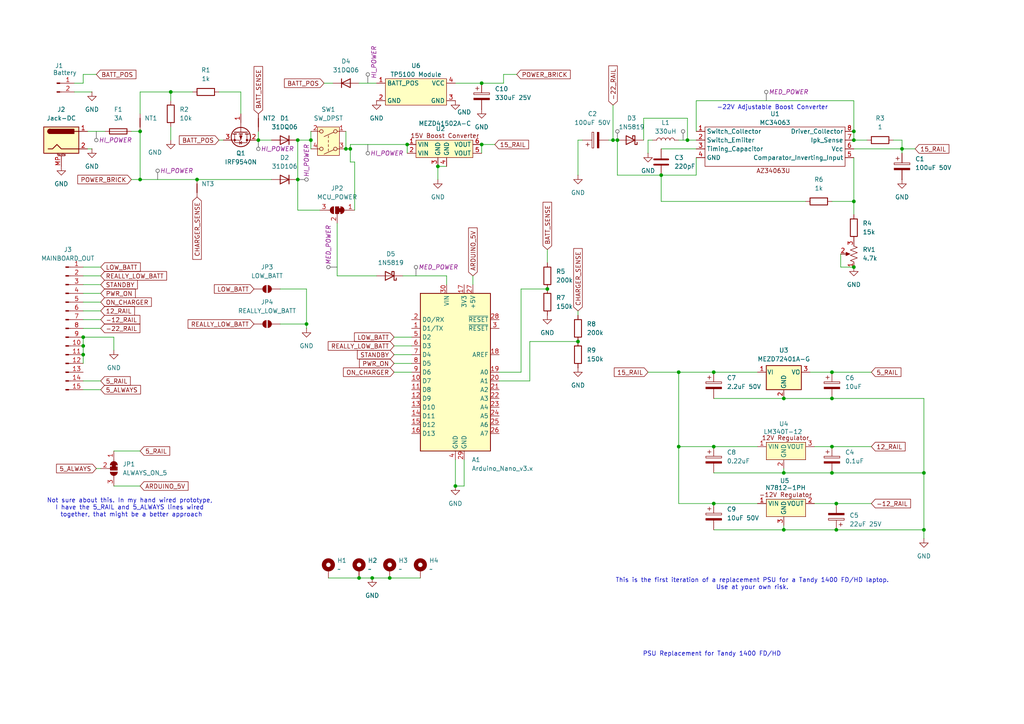
<source format=kicad_sch>
(kicad_sch (version 20231120) (generator "eeschema") (generator_version "8.0")
  (paper "A4")
  (lib_symbols
    (symbol "Connector:Barrel_Jack_MountingPin" (pin_names hide)
      (property "Reference" "J" (at 0 5.334 0))
      (property "Value" "Barrel_Jack_MountingPin" (at 1.27 -6.35 0))
      (symbol "Barrel_Jack_MountingPin_1_1"
        (text "Mounting" (at 0 -4.191 0) (effects (font (size 0.381 0.381))))
        (pin passive line (at 7.62 2.54 180) (length 2.54) (name "~") (number "1"))
        (pin passive line (at 7.62 -2.54 180) (length 2.54) (name "~") (number "2"))
        (pin passive line (at 0 -7.62 90) (length 3.048) (name "MountPin") (number "MP"))
      )
    )
    (symbol "Connector:Conn_01x02_Pin" (pin_names (offset 1.016) hide)
      (property "Reference" "J" (at 0 2.54 0))
      (property "Value" "Conn_01x02_Pin" (at 0 -5.08 0))
      (symbol "Conn_01x02_Pin_1_1"
        (pin passive line (at 5.08 0 180) (length 3.81) (name "Pin_1") (number "1"))
        (pin passive line (at 5.08 -2.54 180) (length 3.81) (name "Pin_2") (number "2"))
      )
    )
    (symbol "Connector:Conn_01x15_Pin" (pin_names (offset 1.016) hide)
      (property "Reference" "J" (at 0 20.32 0))
      (property "Value" "Conn_01x15_Pin" (at 0 -20.32 0))
      (symbol "Conn_01x15_Pin_1_1"
        (pin passive line (at 5.08 17.78 180) (length 3.81) (name "Pin_1") (number "1"))
        (pin passive line (at 5.08 -5.08 180) (length 3.81) (name "Pin_10") (number "10"))
        (pin passive line (at 5.08 -7.62 180) (length 3.81) (name "Pin_11") (number "11"))
        (pin passive line (at 5.08 -10.16 180) (length 3.81) (name "Pin_12") (number "12"))
        (pin passive line (at 5.08 -12.7 180) (length 3.81) (name "Pin_13") (number "13"))
        (pin passive line (at 5.08 -15.24 180) (length 3.81) (name "Pin_14") (number "14"))
        (pin passive line (at 5.08 -17.78 180) (length 3.81) (name "Pin_15") (number "15"))
        (pin passive line (at 5.08 15.24 180) (length 3.81) (name "Pin_2") (number "2"))
        (pin passive line (at 5.08 12.7 180) (length 3.81) (name "Pin_3") (number "3"))
        (pin passive line (at 5.08 10.16 180) (length 3.81) (name "Pin_4") (number "4"))
        (pin passive line (at 5.08 7.62 180) (length 3.81) (name "Pin_5") (number "5"))
        (pin passive line (at 5.08 5.08 180) (length 3.81) (name "Pin_6") (number "6"))
        (pin passive line (at 5.08 2.54 180) (length 3.81) (name "Pin_7") (number "7"))
        (pin passive line (at 5.08 0 180) (length 3.81) (name "Pin_8") (number "8"))
        (pin passive line (at 5.08 -2.54 180) (length 3.81) (name "Pin_9") (number "9"))
      )
    )
    (symbol "Converter_DCDC:AZ34063U"
      (property "Reference" "U" (at 3.81 5.08 0))
      (symbol "AZ34063U_1_1"
        (text "AZ34063U" (at 22.352 -8.89 0) (effects (font (size 1.27 1.27))))
        (pin bidirectional line (at 0 2.54 0) (length 2.54) (name "Switch_Collector") (number "1"))
        (pin bidirectional line (at 0 0 0) (length 2.54) (name "Switch_Emiiter") (number "2"))
        (pin input line (at 0 -2.54 0) (length 2.54) (name "Timing_Capacitor") (number "3"))
        (pin input line (at 0 -5.08 0) (length 2.54) (name "GND") (number "4"))
        (pin input line (at 45.72 -5.08 180) (length 2.54) (name "Comparator_Inverting_Input") (number "5"))
        (pin input line (at 45.72 -2.54 180) (length 2.54) (name "Vcc") (number "6"))
        (pin input line (at 45.72 0 180) (length 2.54) (name "Ipk_Sense") (number "7"))
        (pin input line (at 45.72 2.54 180) (length 2.54) (name "Driver_Collector") (number "8"))
      )
    )
    (symbol "Device:C" (pin_numbers hide) (pin_names (offset 0.254))
      (property "Reference" "C" (at 0.635 2.54 0))
      (property "Value" "C" (at 0.635 -2.54 0))
      (symbol "C_1_1"
        (pin passive line (at 0 3.81 270) (length 2.794) (name "~") (number "1"))
        (pin passive line (at 0 -3.81 90) (length 2.794) (name "~") (number "2"))
      )
    )
    (symbol "Device:C_Polarized" (pin_numbers hide) (pin_names (offset 0.254))
      (property "Reference" "C" (at 0.635 2.54 0))
      (property "Value" "C_Polarized" (at 0.635 -2.54 0))
      (symbol "C_Polarized_1_1"
        (pin passive line (at 0 3.81 270) (length 2.794) (name "~") (number "1"))
        (pin passive line (at 0 -3.81 90) (length 2.794) (name "~") (number "2"))
      )
    )
    (symbol "Device:Fuse" (pin_numbers hide) (pin_names (offset 0))
      (property "Reference" "F" (at 2.032 0 90))
      (property "Value" "Fuse" (at -1.905 0 90))
      (symbol "Fuse_1_1"
        (pin passive line (at 0 3.81 270) (length 1.27) (name "~") (number "1"))
        (pin passive line (at 0 -3.81 90) (length 1.27) (name "~") (number "2"))
      )
    )
    (symbol "Device:L" (pin_numbers hide) (pin_names (offset 1.016) hide)
      (property "Reference" "L" (at -1.27 0 90))
      (property "Value" "L" (at 1.905 0 90))
      (symbol "L_1_1"
        (pin passive line (at 0 3.81 270) (length 1.27) (name "1") (number "1"))
        (pin passive line (at 0 -3.81 90) (length 1.27) (name "2") (number "2"))
      )
    )
    (symbol "Device:NetTie_2" (pin_numbers hide) (pin_names (offset 0) hide) (in_bom no)
      (property "Reference" "NT" (at 0 1.27 0))
      (property "Value" "NetTie_2" (at 0 -1.27 0))
      (symbol "NetTie_2_1_1"
        (pin passive line (at -2.54 0 0) (length 2.54) (name "1") (number "1"))
        (pin passive line (at 2.54 0 180) (length 2.54) (name "2") (number "2"))
      )
    )
    (symbol "Device:R" (pin_numbers hide) (pin_names (offset 0))
      (property "Reference" "R" (at 2.032 0 90))
      (property "Value" "R" (at 0 0 90))
      (symbol "R_1_1"
        (pin passive line (at 0 3.81 270) (length 1.27) (name "~") (number "1"))
        (pin passive line (at 0 -3.81 90) (length 1.27) (name "~") (number "2"))
      )
    )
    (symbol "Device:R_Potentiometer_US" (pin_names (offset 1.016) hide)
      (property "Reference" "RV" (at -4.445 0 90))
      (property "Value" "R_Potentiometer_US" (at -2.54 0 90))
      (symbol "R_Potentiometer_US_1_1"
        (pin passive line (at 0 3.81 270) (length 1.27) (name "1") (number "1"))
        (pin passive line (at 3.81 0 180) (length 1.27) (name "2") (number "2"))
        (pin passive line (at 0 -3.81 90) (length 1.27) (name "3") (number "3"))
      )
    )
    (symbol "Diode:1N4001" (pin_numbers hide) (pin_names hide)
      (property "Reference" "D" (at 0 2.54 0))
      (property "Value" "1N4001" (at 0 -2.54 0))
      (symbol "1N4001_1_1"
        (pin passive line (at -3.81 0 0) (length 2.54) (name "K") (number "1"))
        (pin passive line (at 3.81 0 180) (length 2.54) (name "A") (number "2"))
      )
    )
    (symbol "Diode:1N5819" (pin_numbers hide) (pin_names (offset 1.016) hide)
      (property "Reference" "D" (at 0 2.54 0))
      (property "Value" "1N5819" (at 0 -2.54 0))
      (symbol "1N5819_1_1"
        (pin passive line (at -3.81 0 0) (length 2.54) (name "K") (number "1"))
        (pin passive line (at 3.81 0 180) (length 2.54) (name "A") (number "2"))
      )
    )
    (symbol "Jumper:SolderJumper_2_Open" (pin_numbers hide) (pin_names (offset 0) hide) (exclude_from_sim yes) (in_bom no)
      (property "Reference" "JP" (at 0 2.032 0))
      (property "Value" "SolderJumper_2_Open" (at 0 -2.54 0))
      (symbol "SolderJumper_2_Open_1_1"
        (pin passive line (at -3.81 0 0) (length 2.54) (name "A") (number "1"))
        (pin passive line (at 3.81 0 180) (length 2.54) (name "B") (number "2"))
      )
    )
    (symbol "Jumper:SolderJumper_3_Bridged12" (pin_names (offset 0) hide) (exclude_from_sim yes) (in_bom no)
      (property "Reference" "JP" (at -2.54 -2.54 0))
      (property "Value" "SolderJumper_3_Bridged12" (at 0 2.794 0))
      (symbol "SolderJumper_3_Bridged12_1_1"
        (pin passive line (at -5.08 0 0) (length 2.54) (name "A") (number "1"))
        (pin passive line (at 0 -3.81 90) (length 2.54) (name "C") (number "2"))
        (pin passive line (at 5.08 0 180) (length 2.54) (name "B") (number "3"))
      )
    )
    (symbol "MCU_Module:Arduino_Nano_v3.x"
      (property "Reference" "A" (at -10.16 23.495 0))
      (property "Value" "Arduino_Nano_v3.x" (at 5.08 -24.13 0))
      (symbol "Arduino_Nano_v3.x_1_1"
        (pin bidirectional line (at -12.7 12.7 0) (length 2.54) (name "D1/TX") (number "1"))
        (pin bidirectional line (at -12.7 -2.54 0) (length 2.54) (name "D7") (number "10"))
        (pin bidirectional line (at -12.7 -5.08 0) (length 2.54) (name "D8") (number "11"))
        (pin bidirectional line (at -12.7 -7.62 0) (length 2.54) (name "D9") (number "12"))
        (pin bidirectional line (at -12.7 -10.16 0) (length 2.54) (name "D10") (number "13"))
        (pin bidirectional line (at -12.7 -12.7 0) (length 2.54) (name "D11") (number "14"))
        (pin bidirectional line (at -12.7 -15.24 0) (length 2.54) (name "D12") (number "15"))
        (pin bidirectional line (at -12.7 -17.78 0) (length 2.54) (name "D13") (number "16"))
        (pin power_out line (at 2.54 25.4 270) (length 2.54) (name "3V3") (number "17"))
        (pin input line (at 12.7 5.08 180) (length 2.54) (name "AREF") (number "18"))
        (pin bidirectional line (at 12.7 0 180) (length 2.54) (name "A0") (number "19"))
        (pin bidirectional line (at -12.7 15.24 0) (length 2.54) (name "D0/RX") (number "2"))
        (pin bidirectional line (at 12.7 -2.54 180) (length 2.54) (name "A1") (number "20"))
        (pin bidirectional line (at 12.7 -5.08 180) (length 2.54) (name "A2") (number "21"))
        (pin bidirectional line (at 12.7 -7.62 180) (length 2.54) (name "A3") (number "22"))
        (pin bidirectional line (at 12.7 -10.16 180) (length 2.54) (name "A4") (number "23"))
        (pin bidirectional line (at 12.7 -12.7 180) (length 2.54) (name "A5") (number "24"))
        (pin bidirectional line (at 12.7 -15.24 180) (length 2.54) (name "A6") (number "25"))
        (pin bidirectional line (at 12.7 -17.78 180) (length 2.54) (name "A7") (number "26"))
        (pin power_out line (at 5.08 25.4 270) (length 2.54) (name "+5V") (number "27"))
        (pin input line (at 12.7 15.24 180) (length 2.54) (name "~{RESET}") (number "28"))
        (pin power_in line (at 2.54 -25.4 90) (length 2.54) (name "GND") (number "29"))
        (pin input line (at 12.7 12.7 180) (length 2.54) (name "~{RESET}") (number "3"))
        (pin power_in line (at -2.54 25.4 270) (length 2.54) (name "VIN") (number "30"))
        (pin power_in line (at 0 -25.4 90) (length 2.54) (name "GND") (number "4"))
        (pin bidirectional line (at -12.7 10.16 0) (length 2.54) (name "D2") (number "5"))
        (pin bidirectional line (at -12.7 7.62 0) (length 2.54) (name "D3") (number "6"))
        (pin bidirectional line (at -12.7 5.08 0) (length 2.54) (name "D4") (number "7"))
        (pin bidirectional line (at -12.7 2.54 0) (length 2.54) (name "D5") (number "8"))
        (pin bidirectional line (at -12.7 0 0) (length 2.54) (name "D6") (number "9"))
      )
    )
    (symbol "Mechanical:MountingHole_Pad" (pin_numbers hide) (pin_names (offset 1.016) hide) (exclude_from_sim yes) (in_bom no)
      (property "Reference" "H" (at 0 6.35 0))
      (property "Value" "MountingHole_Pad" (at 0 4.445 0))
      (symbol "MountingHole_Pad_1_1"
        (pin input line (at 0 -2.54 90) (length 2.54) (name "1") (number "1"))
      )
    )
    (symbol "Power_Management:TP5100-Module"
      (property "Reference" "U" (at 3.302 1.016 0))
      (symbol "TP5100-Module_1_1"
        (pin bidirectional line (at -7.62 -2.54 0) (length 2.54) (name "BATT_POS") (number "1"))
        (pin power_in line (at -7.62 -7.62 0) (length 2.54) (name "GND") (number "2"))
        (pin power_in line (at 15.24 -7.62 180) (length 2.54) (name "GND") (number "3"))
        (pin power_in line (at 15.24 -2.54 180) (length 2.54) (name "VCC") (number "4"))
      )
    )
    (symbol "Regulator_Linear:MEZD72401A-G" (pin_names (offset 0.254))
      (property "Reference" "U" (at -3.81 3.175 0))
      (property "Value" "LM7805_TO220" (at 0 3.175 0))
      (symbol "MEZD72401A-G_1_1"
        (pin power_in line (at -7.62 0 0) (length 2.54) (name "VI") (number "1"))
        (pin power_in line (at 0 -7.62 90) (length 2.54) (name "GND") (number "2"))
        (pin power_out line (at 7.62 0 180) (length 2.54) (name "VO") (number "3"))
      )
    )
    (symbol "Regulator_Linear:N7812-1PV"
      (property "Reference" "U" (at 2.794 1.27 0))
      (symbol "N7812-1PV_1_1"
        (text "12V Regulator" (at 3.048 0 0) (effects (font (size 1.27 1.27))))
        (pin power_in line (at -5.08 -2.54 0) (length 2.54) (name "VIN") (number "1"))
        (pin power_in line (at 2.54 -8.89 90) (length 2.54) (name "GND") (number "2"))
        (pin power_out line (at 11.43 -2.54 180) (length 2.54) (name "VOUT") (number "3"))
      )
    )
    (symbol "Regulator_Linear:N7812-1PV-NEGATIVE"
      (property "Reference" "U" (at 0 0 0))
      (symbol "N7812-1PV-NEGATIVE_1_1"
        (text "-12V Regulator" (at -0.762 -1.27 0) (effects (font (size 1.27 1.27))))
        (pin power_in line (at -8.89 -3.81 0) (length 2.54) (name "VIN") (number "1"))
        (pin power_out line (at 7.62 -3.81 180) (length 2.54) (name "VOUT") (number "2"))
        (pin power_in line (at -1.27 -10.16 90) (length 2.54) (name "GND") (number "3"))
      )
    )
    (symbol "Regulator_Switching:MEZD41502A-C"
      (property "Reference" "U" (at 4.064 1.524 0))
      (symbol "MEZD41502A-C_1_1"
        (text "15V Boost Converter" (at 4.572 0 0) (effects (font (size 1.27 1.27))))
        (pin power_in line (at -6.35 -2.54 0) (length 2.54) (name "VIN") (number "1"))
        (pin power_in line (at -6.35 -5.08 0) (length 2.54) (name "VIN") (number "2"))
        (pin power_in line (at 2.54 -8.89 90) (length 2.54) (name "GND") (number "3"))
        (pin power_in line (at 5.08 -8.89 90) (length 2.54) (name "GND") (number "4"))
        (pin power_out line (at 15.24 -5.08 180) (length 2.54) (name "VOUT") (number "5"))
        (pin power_out line (at 15.24 -2.54 180) (length 2.54) (name "VOUT") (number "6"))
      )
    )
    (symbol "Switch:SW_DPST" (pin_names (offset 0) hide)
      (property "Reference" "SW" (at 0 6.35 0))
      (property "Value" "SW_DPST" (at 0 -5.08 0))
      (symbol "SW_DPST_1_1"
        (pin passive line (at -5.08 -2.54 0) (length 2.54) (name "1") (number "1"))
        (pin passive line (at 5.08 -2.54 180) (length 2.54) (name "2") (number "2"))
        (pin passive line (at -5.08 2.54 0) (length 2.54) (name "3") (number "3"))
        (pin passive line (at 5.08 2.54 180) (length 2.54) (name "4") (number "4"))
      )
    )
    (symbol "Transistor_FET:IRF9540N" (pin_names hide)
      (property "Reference" "Q" (at 5.08 1.905 0))
      (property "Value" "IRF9540N" (at 5.08 0 0))
      (symbol "IRF9540N_1_1"
        (pin input line (at -5.08 0 0) (length 2.54) (name "G") (number "1"))
        (pin passive line (at 2.54 5.08 270) (length 2.54) (name "D") (number "2"))
        (pin passive line (at 2.54 -5.08 90) (length 2.54) (name "S") (number "3"))
      )
    )
    (symbol "power:GND" (power) (pin_numbers hide) (pin_names (offset 0) hide)
      (property "Value" "GND" (at 0 -3.81 0))
      (symbol "GND_1_1"
        (pin power_in line (at 0 0 270) (length 0) (name "~") (number "1"))
      )
    )
  )
  (junction (at 139.7 41.91))
  (junction (at 177.8 40.64))
  (junction (at 261.62 43.18))
  (junction (at 90.17 40.64))
  (junction (at 88.9 93.98))
  (junction (at 247.65 38.1))
  (junction (at 199.39 40.64))
  (junction (at 227.33 153.67))
  (junction (at 139.7 24.13))
  (junction (at 207.01 146.05))
  (junction (at 241.3 115.57))
  (junction (at 227.33 115.57))
  (junction (at 74.93 40.64))
  (junction (at 267.97 153.67))
  (junction (at 179.07 40.64))
  (junction (at 207.01 107.95))
  (junction (at 196.85 129.54))
  (junction (at 242.57 153.67))
  (junction (at 24.13 97.79))
  (junction (at 241.3 107.95))
  (junction (at 227.33 137.16))
  (junction (at 107.95 167.64))
  (junction (at 49.53 26.67))
  (junction (at 207.01 129.54))
  (junction (at 242.57 146.05))
  (junction (at 86.36 40.64))
  (junction (at 113.03 167.64))
  (junction (at 167.64 99.06))
  (junction (at 158.75 83.82))
  (junction (at 127 48.26))
  (junction (at 100.33 43.18))
  (junction (at 191.77 50.8))
  (junction (at 118.11 41.91))
  (junction (at 247.65 77.47))
  (junction (at 241.3 137.16))
  (junction (at 86.36 52.07))
  (junction (at 101.6 43.18))
  (junction (at 241.3 129.54))
  (junction (at 267.97 137.16))
  (junction (at 24.13 102.87))
  (junction (at 40.64 52.07))
  (junction (at 132.08 140.97))
  (junction (at 196.85 107.95))
  (junction (at 57.15 52.07))
  (junction (at 40.64 38.1))
  (junction (at 247.65 58.42))
  (junction (at 104.14 167.64))
  (junction (at 247.65 40.64))
  (junction (at 24.13 100.33))
  (wire (pts (xy 242.57 146.05) (xy 236.22 146.05)))
  (wire (pts (xy 27.94 135.89) (xy 29.21 135.89)))
  (wire (pts (xy 63.5 40.64) (xy 64.77 40.64)))
  (wire (pts (xy 179.07 50.8) (xy 179.07 40.64)))
  (wire (pts (xy 101.6 43.18) (xy 101.6 46.99)))
  (wire (pts (xy 196.85 107.95) (xy 196.85 129.54)))
  (wire (pts (xy 132.08 133.35) (xy 132.08 140.97)))
  (wire (pts (xy 93.98 24.13) (xy 96.52 24.13)))
  (wire (pts (xy 261.62 40.64) (xy 261.62 43.18)))
  (wire (pts (xy 24.13 21.59) (xy 24.13 24.13)))
  (wire (pts (xy 101.6 41.91) (xy 101.6 43.18)))
  (wire (pts (xy 127 48.26) (xy 129.54 48.26)))
  (wire (pts (xy 227.33 153.67) (xy 242.57 153.67)))
  (wire (pts (xy 241.3 115.57) (xy 227.33 115.57)))
  (wire (pts (xy 24.13 102.87) (xy 24.13 105.41)))
  (wire (pts (xy 24.13 97.79) (xy 24.13 100.33)))
  (wire (pts (xy 243.84 73.66) (xy 243.84 77.47)))
  (wire (pts (xy 199.39 34.29) (xy 199.39 40.64)))
  (wire (pts (xy 127 48.26) (xy 127 52.07)))
  (wire (pts (xy 247.65 40.64) (xy 251.46 40.64)))
  (wire (pts (xy 114.3 105.41) (xy 119.38 105.41)))
  (wire (pts (xy 24.13 80.01) (xy 29.21 80.01)))
  (wire (pts (xy 167.64 50.8) (xy 167.64 40.64)))
  (wire (pts (xy 146.05 24.13) (xy 139.7 24.13)))
  (wire (pts (xy 241.3 115.57) (xy 267.97 115.57)))
  (wire (pts (xy 196.85 129.54) (xy 207.01 129.54)))
  (wire (pts (xy 247.65 38.1) (xy 247.65 40.64)))
  (wire (pts (xy 201.93 45.72) (xy 201.93 50.8)))
  (wire (pts (xy 38.1 52.07) (xy 40.64 52.07)))
  (wire (pts (xy 189.23 40.64) (xy 187.96 40.64)))
  (wire (pts (xy 267.97 153.67) (xy 267.97 156.21)))
  (wire (pts (xy 187.96 107.95) (xy 196.85 107.95)))
  (wire (pts (xy 63.5 26.67) (xy 69.85 26.67)))
  (wire (pts (xy 129.54 80.01) (xy 116.84 80.01)))
  (wire (pts (xy 227.33 137.16) (xy 241.3 137.16)))
  (wire (pts (xy 247.65 29.21) (xy 201.93 29.21)))
  (wire (pts (xy 137.16 80.01) (xy 137.16 82.55)))
  (wire (pts (xy 81.28 93.98) (xy 88.9 93.98)))
  (wire (pts (xy 247.65 45.72) (xy 247.65 58.42)))
  (wire (pts (xy 151.13 107.95) (xy 144.78 107.95)))
  (wire (pts (xy 191.77 50.8) (xy 201.93 50.8)))
  (wire (pts (xy 104.14 24.13) (xy 109.22 24.13)))
  (wire (pts (xy 25.4 38.1) (xy 30.48 38.1)))
  (wire (pts (xy 139.7 41.91) (xy 143.51 41.91)))
  (wire (pts (xy 86.36 60.96) (xy 86.36 52.07)))
  (wire (pts (xy 227.33 153.67) (xy 227.33 152.4)))
  (wire (pts (xy 49.53 26.67) (xy 49.53 29.21)))
  (wire (pts (xy 242.57 153.67) (xy 267.97 153.67)))
  (wire (pts (xy 24.13 24.13) (xy 21.59 24.13)))
  (wire (pts (xy 139.7 41.91) (xy 139.7 44.45)))
  (wire (pts (xy 101.6 46.99) (xy 102.87 46.99)))
  (wire (pts (xy 26.67 43.18) (xy 25.4 43.18)))
  (wire (pts (xy 177.8 40.64) (xy 179.07 40.64)))
  (wire (pts (xy 134.62 133.35) (xy 134.62 140.97)))
  (wire (pts (xy 241.3 107.95) (xy 234.95 107.95)))
  (wire (pts (xy 247.65 38.1) (xy 247.65 29.21)))
  (wire (pts (xy 207.01 146.05) (xy 219.71 146.05)))
  (wire (pts (xy 24.13 110.49) (xy 29.21 110.49)))
  (wire (pts (xy 207.01 115.57) (xy 227.33 115.57)))
  (wire (pts (xy 24.13 100.33) (xy 24.13 102.87)))
  (wire (pts (xy 92.71 60.96) (xy 86.36 60.96)))
  (wire (pts (xy 151.13 83.82) (xy 158.75 83.82)))
  (wire (pts (xy 81.28 83.82) (xy 88.9 83.82)))
  (wire (pts (xy 207.01 107.95) (xy 219.71 107.95)))
  (wire (pts (xy 40.64 26.67) (xy 49.53 26.67)))
  (wire (pts (xy 252.73 146.05) (xy 242.57 146.05)))
  (wire (pts (xy 86.36 40.64) (xy 90.17 40.64)))
  (wire (pts (xy 109.22 80.01) (xy 97.79 80.01)))
  (wire (pts (xy 24.13 82.55) (xy 29.21 82.55)))
  (wire (pts (xy 24.13 113.03) (xy 29.21 113.03)))
  (wire (pts (xy 196.85 129.54) (xy 196.85 146.05)))
  (wire (pts (xy 38.1 38.1) (xy 40.64 38.1)))
  (wire (pts (xy 95.25 167.64) (xy 104.14 167.64)))
  (wire (pts (xy 24.13 77.47) (xy 29.21 77.47)))
  (wire (pts (xy 118.11 41.91) (xy 118.11 44.45)))
  (wire (pts (xy 199.39 40.64) (xy 201.93 40.64)))
  (wire (pts (xy 24.13 85.09) (xy 29.21 85.09)))
  (wire (pts (xy 233.68 58.42) (xy 191.77 58.42)))
  (wire (pts (xy 191.77 58.42) (xy 191.77 50.8)))
  (wire (pts (xy 177.8 30.48) (xy 177.8 40.64)))
  (wire (pts (xy 114.3 97.79) (xy 119.38 97.79)))
  (wire (pts (xy 114.3 107.95) (xy 119.38 107.95)))
  (wire (pts (xy 40.64 52.07) (xy 57.15 52.07)))
  (wire (pts (xy 113.03 167.64) (xy 121.92 167.64)))
  (wire (pts (xy 179.07 50.8) (xy 191.77 50.8)))
  (wire (pts (xy 207.01 153.67) (xy 227.33 153.67)))
  (wire (pts (xy 27.94 21.59) (xy 24.13 21.59)))
  (wire (pts (xy 241.3 137.16) (xy 267.97 137.16)))
  (wire (pts (xy 88.9 83.82) (xy 88.9 93.98)))
  (wire (pts (xy 33.02 140.97) (xy 40.64 140.97)))
  (wire (pts (xy 261.62 43.18) (xy 261.62 44.45)))
  (wire (pts (xy 207.01 137.16) (xy 227.33 137.16)))
  (wire (pts (xy 86.36 52.07) (xy 86.36 40.64)))
  (wire (pts (xy 158.75 72.39) (xy 158.75 76.2)))
  (wire (pts (xy 167.64 40.64) (xy 168.91 40.64)))
  (wire (pts (xy 101.6 41.91) (xy 118.11 41.91)))
  (wire (pts (xy 90.17 38.1) (xy 90.17 40.64)))
  (wire (pts (xy 29.21 95.25) (xy 24.13 95.25)))
  (wire (pts (xy 267.97 115.57) (xy 267.97 137.16)))
  (wire (pts (xy 107.95 167.64) (xy 113.03 167.64)))
  (wire (pts (xy 26.67 26.67) (xy 21.59 26.67)))
  (wire (pts (xy 100.33 38.1) (xy 100.33 43.18)))
  (wire (pts (xy 241.3 129.54) (xy 236.22 129.54)))
  (wire (pts (xy 88.9 93.98) (xy 88.9 95.25)))
  (wire (pts (xy 207.01 129.54) (xy 219.71 129.54)))
  (wire (pts (xy 57.15 52.07) (xy 78.74 52.07)))
  (wire (pts (xy 259.08 40.64) (xy 261.62 40.64)))
  (wire (pts (xy 191.77 43.18) (xy 201.93 43.18)))
  (wire (pts (xy 201.93 29.21) (xy 201.93 38.1)))
  (wire (pts (xy 24.13 97.79) (xy 33.02 97.79)))
  (wire (pts (xy 196.85 146.05) (xy 207.01 146.05)))
  (wire (pts (xy 153.67 99.06) (xy 153.67 110.49)))
  (wire (pts (xy 146.05 21.59) (xy 149.86 21.59)))
  (wire (pts (xy 227.33 137.16) (xy 227.33 135.89)))
  (wire (pts (xy 151.13 83.82) (xy 151.13 107.95)))
  (wire (pts (xy 196.85 40.64) (xy 199.39 40.64)))
  (wire (pts (xy 74.93 40.64) (xy 78.74 40.64)))
  (wire (pts (xy 146.05 21.59) (xy 146.05 24.13)))
  (wire (pts (xy 100.33 43.18) (xy 101.6 43.18)))
  (wire (pts (xy 267.97 137.16) (xy 267.97 153.67)))
  (wire (pts (xy 24.13 87.63) (xy 29.21 87.63)))
  (wire (pts (xy 40.64 38.1) (xy 40.64 52.07)))
  (wire (pts (xy 49.53 26.67) (xy 55.88 26.67)))
  (wire (pts (xy 241.3 129.54) (xy 252.73 129.54)))
  (wire (pts (xy 114.3 100.33) (xy 119.38 100.33)))
  (wire (pts (xy 176.53 40.64) (xy 177.8 40.64)))
  (wire (pts (xy 186.69 34.29) (xy 199.39 34.29)))
  (wire (pts (xy 247.65 43.18) (xy 261.62 43.18)))
  (wire (pts (xy 241.3 58.42) (xy 247.65 58.42)))
  (wire (pts (xy 104.14 167.64) (xy 107.95 167.64)))
  (wire (pts (xy 49.53 36.83) (xy 49.53 40.64)))
  (wire (pts (xy 129.54 80.01) (xy 129.54 82.55)))
  (wire (pts (xy 243.84 77.47) (xy 247.65 77.47)))
  (wire (pts (xy 196.85 107.95) (xy 207.01 107.95)))
  (wire (pts (xy 90.17 40.64) (xy 90.17 43.18)))
  (wire (pts (xy 97.79 80.01) (xy 97.79 64.77)))
  (wire (pts (xy 241.3 107.95) (xy 252.73 107.95)))
  (wire (pts (xy 247.65 58.42) (xy 247.65 62.23)))
  (wire (pts (xy 167.64 90.17) (xy 167.64 91.44)))
  (wire (pts (xy 186.69 40.64) (xy 186.69 34.29)))
  (wire (pts (xy 74.93 38.1) (xy 74.93 40.64)))
  (wire (pts (xy 167.64 99.06) (xy 153.67 99.06)))
  (wire (pts (xy 261.62 43.18) (xy 265.43 43.18)))
  (wire (pts (xy 153.67 110.49) (xy 144.78 110.49)))
  (wire (pts (xy 24.13 90.17) (xy 29.21 90.17)))
  (wire (pts (xy 69.85 26.67) (xy 69.85 33.02)))
  (wire (pts (xy 134.62 140.97) (xy 132.08 140.97)))
  (wire (pts (xy 102.87 46.99) (xy 102.87 60.96)))
  (wire (pts (xy 40.64 26.67) (xy 40.64 33.02)))
  (wire (pts (xy 114.3 102.87) (xy 119.38 102.87)))
  (wire (pts (xy 33.02 97.79) (xy 33.02 101.6)))
  (wire (pts (xy 132.08 24.13) (xy 139.7 24.13)))
  (wire (pts (xy 33.02 130.81) (xy 40.64 130.81)))
  (wire (pts (xy 24.13 92.71) (xy 29.21 92.71)))
  (wire (pts (xy 187.96 40.64) (xy 187.96 44.45)))
  (text "This is the first iteration of a replacement PSU for a Tandy 1400 FD/HD laptop.\nUse at your own risk." (at 218.186 169.418 0) (effects (font (size 1.27 1.27))))
  (text "Not sure about this. In my hand wired prototype, \nI have the 5_RAIL and 5_ALWAYS lines wired \ntogether, that might be a better approach" (at 38.1 147.32 0) (effects (font (size 1.27 1.27))))
  (text "-22V Adjustable Boost Converter" (at 224.028 31.242 0) (effects (font (size 1.27 1.27))))
  (text "PSU Replacement for Tandy 1400 FD/HD" (at 206.502 189.738 0) (effects (font (size 1.27 1.27))))
  (global_label "12_RAIL" (shape input) (at 252.73 129.54 0) (property "Intersheetrefs" "${INTERSHEET_REFS}" (effects (hide yes))))
  (global_label "BATT_POS" (shape input) (at 63.5 40.64 180) (property "Intersheetrefs" "${INTERSHEET_REFS}" (effects (hide yes))))
  (global_label "ARDUINO_5V" (shape input) (at 40.64 140.97 0) (property "Intersheetrefs" "${INTERSHEET_REFS}" (effects (hide yes))))
  (global_label "REALLY_LOW_BATT" (shape input) (at 73.66 93.98 180) (property "Intersheetrefs" "${INTERSHEET_REFS}" (effects (hide yes))))
  (global_label "LOW_BATT" (shape input) (at 114.3 97.79 180) (property "Intersheetrefs" "${INTERSHEET_REFS}" (effects (hide yes))))
  (global_label "PWR_ON" (shape input) (at 29.21 85.09 0) (property "Intersheetrefs" "${INTERSHEET_REFS}" (effects (hide yes))))
  (global_label "15_RAIL" (shape input) (at 265.43 43.18 0) (property "Intersheetrefs" "${INTERSHEET_REFS}" (effects (hide yes))))
  (global_label "LOW_BATT" (shape input) (at 29.21 77.47 0) (property "Intersheetrefs" "${INTERSHEET_REFS}" (effects (hide yes))))
  (global_label "BATT_SENSE" (shape input) (at 74.93 33.02 90) (property "Intersheetrefs" "${INTERSHEET_REFS}" (effects (hide yes))))
  (global_label "5_ALWAYS" (shape input) (at 27.94 135.89 180) (property "Intersheetrefs" "${INTERSHEET_REFS}" (effects (hide yes))))
  (global_label "CHARGER_SENSE" (shape input) (at 57.15 57.15 270) (property "Intersheetrefs" "${INTERSHEET_REFS}" (effects (hide yes))))
  (global_label "ON_CHARGER" (shape input) (at 114.3 107.95 180) (property "Intersheetrefs" "${INTERSHEET_REFS}" (effects (hide yes))))
  (global_label "BATT_POS" (shape input) (at 27.94 21.59 0) (property "Intersheetrefs" "${INTERSHEET_REFS}" (effects (hide yes))))
  (global_label "POWER_BRICK" (shape input) (at 38.1 52.07 180) (property "Intersheetrefs" "${INTERSHEET_REFS}" (effects (hide yes))))
  (global_label "-12_RAIL" (shape input) (at 29.21 92.71 0) (property "Intersheetrefs" "${INTERSHEET_REFS}" (effects (hide yes))))
  (global_label "REALLY_LOW_BATT" (shape input) (at 29.21 80.01 0) (property "Intersheetrefs" "${INTERSHEET_REFS}" (effects (hide yes))))
  (global_label "5_RAIL" (shape input) (at 252.73 107.95 0) (property "Intersheetrefs" "${INTERSHEET_REFS}" (effects (hide yes))))
  (global_label "15_RAIL" (shape input) (at 143.51 41.91 0) (property "Intersheetrefs" "${INTERSHEET_REFS}" (effects (hide yes))))
  (global_label "STANDBY" (shape input) (at 29.21 82.55 0) (property "Intersheetrefs" "${INTERSHEET_REFS}" (effects (hide yes))))
  (global_label "BATT_SENSE" (shape input) (at 158.75 72.39 90) (property "Intersheetrefs" "${INTERSHEET_REFS}" (effects (hide yes))))
  (global_label "12_RAIL" (shape input) (at 29.21 90.17 0) (property "Intersheetrefs" "${INTERSHEET_REFS}" (effects (hide yes))))
  (global_label "STANDBY" (shape input) (at 114.3 102.87 180) (property "Intersheetrefs" "${INTERSHEET_REFS}" (effects (hide yes))))
  (global_label "ON_CHARGER" (shape input) (at 29.21 87.63 0) (property "Intersheetrefs" "${INTERSHEET_REFS}" (effects (hide yes))))
  (global_label "LOW_BATT" (shape input) (at 73.66 83.82 180) (property "Intersheetrefs" "${INTERSHEET_REFS}" (effects (hide yes))))
  (global_label "ARDUINO_5V" (shape input) (at 137.16 80.01 90) (property "Intersheetrefs" "${INTERSHEET_REFS}" (effects (hide yes))))
  (global_label "5_ALWAYS" (shape input) (at 29.21 113.03 0) (property "Intersheetrefs" "${INTERSHEET_REFS}" (effects (hide yes))))
  (global_label "5_RAIL" (shape input) (at 29.21 110.49 0) (property "Intersheetrefs" "${INTERSHEET_REFS}" (effects (hide yes))))
  (global_label "REALLY_LOW_BATT" (shape input) (at 114.3 100.33 180) (property "Intersheetrefs" "${INTERSHEET_REFS}" (effects (hide yes))))
  (global_label "-22_RAIL" (shape input) (at 177.8 30.48 90) (property "Intersheetrefs" "${INTERSHEET_REFS}" (effects (hide yes))))
  (global_label "BATT_POS" (shape input) (at 93.98 24.13 180) (property "Intersheetrefs" "${INTERSHEET_REFS}" (effects (hide yes))))
  (global_label "-22_RAIL" (shape input) (at 29.21 95.25 0) (property "Intersheetrefs" "${INTERSHEET_REFS}" (effects (hide yes))))
  (global_label "-12_RAIL" (shape input) (at 252.73 146.05 0) (property "Intersheetrefs" "${INTERSHEET_REFS}" (effects (hide yes))))
  (global_label "5_RAIL" (shape input) (at 40.64 130.81 0) (property "Intersheetrefs" "${INTERSHEET_REFS}" (effects (hide yes))))
  (global_label "CHARGER_SENSE" (shape input) (at 167.64 90.17 90) (property "Intersheetrefs" "${INTERSHEET_REFS}" (effects (hide yes))))
  (global_label "15_RAIL" (shape input) (at 187.96 107.95 180) (property "Intersheetrefs" "${INTERSHEET_REFS}" (effects (hide yes))))
  (global_label "POWER_BRICK" (shape input) (at 149.86 21.59 0) (property "Intersheetrefs" "${INTERSHEET_REFS}" (effects (hide yes))))
  (global_label "PWR_ON" (shape input) (at 114.3 105.41 180) (property "Intersheetrefs" "${INTERSHEET_REFS}" (effects (hide yes))))
  (netclass_flag "" (length 2.54) (shape round) (at 222.25 29.21 0) (property "Netclass" "MED_POWER" (at 222.9485 26.67 0) (effects (font (italic yes)) (justify left))))
  (netclass_flag "" (length 2.54) (shape round) (at 179.07 40.64 0) (property "Netclass" "MED_POWER" (effects (hide yes))))
  (netclass_flag "" (length 2.54) (shape round) (at 97.79 77.47 90) (property "Netclass" "MED_POWER" (at 95.25 76.7715 90) (effects (font (italic yes)) (justify left))))
  (netclass_flag "" (length 2.54) (shape round) (at 198.12 40.64 0) (property "Netclass" "MED_POWER" (effects (hide yes))))
  (netclass_flag "" (length 2.54) (shape round) (at 86.36 52.07 270) (property "Netclass" "HI_POWER" (at 88.9 51.3715 90) (effects (font (italic yes)) (justify left))))
  (netclass_flag "" (length 2.54) (shape round) (at 106.68 24.13 0) (property "Netclass" "HI_POWER" (at 108.458 22.86 90) (effects (font (italic yes)) (justify left))))
  (netclass_flag "" (length 2.54) (shape round) (at 74.93 40.64 180) (property "Netclass" "HI_POWER" (at 75.6285 43.18 0) (effects (font (italic yes)) (justify left))))
  (netclass_flag "" (length 2.54) (shape round) (at 120.65 80.01 0) (property "Netclass" "MED_POWER" (at 121.3485 77.47 0) (effects (font (italic yes)) (justify left))))
  (netclass_flag "" (length 2.54) (shape round) (at 27.94 38.1 180) (property "Netclass" "HI_POWER" (at 28.6385 40.64 0) (effects (font (italic yes)) (justify left))))
  (netclass_flag "" (length 2.54) (shape round) (at 106.68 41.91 180) (property "Netclass" "HI_POWER" (at 107.3785 44.45 0) (effects (font (italic yes)) (justify left))))
  (netclass_flag "" (length 2.54) (shape round) (at 45.72 52.07 0) (property "Netclass" "HI_POWER" (at 46.4185 49.53 0) (effects (font (italic yes)) (justify left))))
  (symbol (lib_id "power:GND") (at 26.67 43.18 0) (unit 1)
    (property "Reference" "#PWR04" (effects (hide yes)))
    (property "Value" "GND" (at 26.67 48.26 0))
    (property "Description" "Power symbol creates a global label with name \"GND\" , ground" (effects (hide yes)))
  )
  (symbol (lib_id "Jumper:SolderJumper_2_Open") (at 77.47 83.82 0) (unit 1) (exclude_from_sim yes) (in_bom no)
    (property "Reference" "JP3" (at 77.47 77.47 0))
    (property "Value" "LOW_BATT" (at 77.47 80.01 0))
    (property "Footprint" "Jumper:SolderJumper-2_P1.3mm_Open_RoundedPad1.0x1.5mm" (effects (hide yes)))
    (property "Description" "Solder Jumper, 2-pole, open" (effects (hide yes)))
  )
  (symbol (lib_id "power:GND") (at 26.67 26.67 0) (unit 1)
    (property "Reference" "#PWR03" (effects (hide yes)))
    (property "Value" "GND" (at 26.67 31.75 0))
    (property "Description" "Power symbol creates a global label with name \"GND\" , ground" (effects (hide yes)))
  )
  (symbol (lib_id "power:GND") (at 127 52.07 0) (unit 1)
    (property "Reference" "#PWR010" (effects (hide yes)))
    (property "Value" "GND" (at 127 57.15 0))
    (property "Description" "Power symbol creates a global label with name \"GND\" , ground" (effects (hide yes)))
  )
  (symbol (lib_id "Device:R") (at 247.65 66.04 180) (unit 1)
    (property "Reference" "R4" (at 250.19 64.7699 0) (effects (justify right)))
    (property "Value" "15k" (at 250.19 67.3099 0) (effects (justify right)))
    (property "Footprint" "Resistor_THT:R_Box_L8.4mm_W2.5mm_P5.08mm" (effects (hide yes)))
    (property "Description" "Resistor" (effects (hide yes)))
  )
  (symbol (lib_id "power:GND") (at 158.75 91.44 0) (unit 1)
    (property "Reference" "#PWR013" (effects (hide yes)))
    (property "Value" "GND" (at 158.75 96.52 0))
    (property "Description" "Power symbol creates a global label with name \"GND\" , ground" (effects (hide yes)))
  )
  (symbol (lib_id "Device:NetTie_2") (at 74.93 35.56 90) (unit 1) (in_bom no)
    (property "Reference" "NT2" (at 76.2 34.2899 90) (effects (justify right)))
    (property "Value" "NetTie_2" (effects (hide yes)))
    (property "Footprint" "NetTie:NetTie-2_SMD_Pad2.0mm" (effects (hide yes)))
    (property "Description" "Net tie, 2 pins" (effects (hide yes)))
  )
  (symbol (lib_id "Device:C_Polarized") (at 207.01 133.35 0) (unit 1)
    (property "Reference" "C8" (at 210.82 131.1909 0) (effects (justify left)))
    (property "Value" "0.22uF" (at 210.82 133.7309 0) (effects (justify left)))
    (property "Footprint" "Capacitor_THT:C_Disc_D5.1mm_W3.2mm_P5.00mm" (effects (hide yes)))
    (property "Description" "Polarized capacitor" (effects (hide yes)))
  )
  (symbol (lib_id "Device:R") (at 167.64 102.87 0) (unit 1)
    (property "Reference" "R9" (at 170.18 101.5999 0) (effects (justify left)))
    (property "Value" "150k" (at 170.18 104.1399 0) (effects (justify left)))
    (property "Footprint" "Resistor_THT:R_Box_L8.4mm_W2.5mm_P5.08mm" (effects (hide yes)))
    (property "Description" "Resistor" (effects (hide yes)))
  )
  (symbol (lib_id "Device:C_Polarized") (at 261.62 48.26 0) (unit 1)
    (property "Reference" "C1" (at 265.43 46.1009 0) (effects (justify left)))
    (property "Value" "100uF 50V" (at 265.43 48.6409 0) (effects (justify left)))
    (property "Footprint" "Capacitor_THT:CP_Radial_D8.0mm_P3.50mm" (effects (hide yes)))
    (property "Description" "Polarized capacitor" (effects (hide yes)))
  )
  (symbol (lib_id "power:GND") (at 107.95 167.64 0) (unit 1)
    (property "Reference" "#PWR016" (effects (hide yes)))
    (property "Value" "GND" (at 107.95 172.72 0))
    (property "Description" "Power symbol creates a global label with name \"GND\" , ground" (effects (hide yes)))
  )
  (symbol (lib_id "Switch:SW_DPST") (at 95.25 40.64 180) (unit 1)
    (property "Reference" "SW1" (at 95.25 31.75 0))
    (property "Value" "SW_DPST" (at 95.25 34.29 0))
    (property "Footprint" "Button_Switch_THT:A8L-21-12N2" (effects (hide yes)))
    (property "Description" "Double Pole Single Throw (DPST) Switch" (effects (hide yes)))
  )
  (symbol (lib_id "Device:C_Polarized") (at 172.72 40.64 90) (unit 1)
    (property "Reference" "C2" (at 171.831 33.02 90))
    (property "Value" "100uF 50V" (at 171.831 35.56 90))
    (property "Footprint" "Capacitor_THT:CP_Radial_D10.0mm_P5.00mm" (effects (hide yes)))
    (property "Description" "Polarized capacitor" (effects (hide yes)))
  )
  (symbol (lib_id "Device:R") (at 255.27 40.64 90) (unit 1)
    (property "Reference" "R3" (at 255.27 34.29 90))
    (property "Value" "1" (at 255.27 36.83 90))
    (property "Footprint" "Resistor_THT:R_Box_L8.4mm_W2.5mm_P5.08mm" (effects (hide yes)))
    (property "Description" "Resistor" (effects (hide yes)))
  )
  (symbol (lib_id "Device:R_Potentiometer_US") (at 247.65 73.66 180) (unit 1)
    (property "Reference" "RV1" (at 250.19 72.3899 0) (effects (justify right)))
    (property "Value" "4.7k" (at 250.19 74.9299 0) (effects (justify right)))
    (property "Footprint" "Potentiometer_THT:Potentiometer_Bourns_3299Y_Vertical" (effects (hide yes)))
    (property "Description" "Potentiometer, US symbol" (effects (hide yes)))
  )
  (symbol (lib_id "Jumper:SolderJumper_3_Bridged12") (at 33.02 135.89 270) (unit 1) (exclude_from_sim yes) (in_bom no)
    (property "Reference" "JP1" (at 35.56 134.6199 90) (effects (justify left)))
    (property "Value" "ALWAYS_ON_5" (at 35.56 137.1599 90) (effects (justify left)))
    (property "Footprint" "Jumper:SolderJumper-3_P1.3mm_Bridged12_RoundedPad1.0x1.5mm_NumberLabels" (effects (hide yes)))
    (property "Description" "3-pole Solder Jumper, pins 1+2 closed/bridged" (effects (hide yes)))
  )
  (symbol (lib_id "Connector:Conn_01x02_Pin") (at 16.51 24.13 0) (unit 1)
    (property "Reference" "J1" (at 17.145 19.05 0))
    (property "Value" "Battery" (at 18.796 21.082 0))
    (property "Footprint" "Connector_Wire:SolderWire-1.5sqmm_1x02_P7.8mm_D1.7mm_OD3.9mm" (effects (hide yes)))
    (property "Description" "Generic connector, single row, 01x02, script generated" (effects (hide yes)))
  )
  (symbol (lib_id "power:GND") (at 261.62 52.07 0) (unit 1)
    (property "Reference" "#PWR06" (effects (hide yes)))
    (property "Value" "GND" (at 261.62 57.15 0))
    (property "Description" "Power symbol creates a global label with name \"GND\" , ground" (effects (hide yes)))
  )
  (symbol (lib_id "Device:NetTie_2") (at 40.64 35.56 90) (unit 1) (in_bom no)
    (property "Reference" "NT1" (at 41.91 34.2899 90) (effects (justify right)))
    (property "Value" "NetTie_2" (effects (hide yes)))
    (property "Footprint" "NetTie:NetTie-2_SMD_Pad2.0mm" (effects (hide yes)))
    (property "Description" "Net tie, 2 pins" (effects (hide yes)))
  )
  (symbol (lib_id "power:GND") (at 247.65 77.47 0) (unit 1)
    (property "Reference" "#PWR09" (effects (hide yes)))
    (property "Value" "GND" (at 247.65 82.55 0))
    (property "Description" "Power symbol creates a global label with name \"GND\" , ground" (effects (hide yes)))
  )
  (symbol (lib_id "Connector:Conn_01x15_Pin") (at 19.05 95.25 0) (unit 1)
    (property "Reference" "J3" (at 19.685 72.39 0))
    (property "Value" "MAINBOARD_OUT" (at 19.685 74.93 0))
    (property "Footprint" "Connector_JST:JST_EH_B15B-EH-A_1x15_P2.50mm_Vertical" (effects (hide yes)))
    (property "Description" "Generic connector, single row, 01x15, script generated" (effects (hide yes)))
  )
  (symbol (lib_id "Device:C_Polarized") (at 242.57 149.86 180) (unit 1)
    (property "Reference" "C5" (at 246.38 149.4789 0) (effects (justify right)))
    (property "Value" "22uF 25V" (at 246.38 152.0189 0) (effects (justify right)))
    (property "Footprint" "Capacitor_THT:CP_Radial_D6.3mm_P2.50mm" (effects (hide yes)))
    (property "Description" "Polarized capacitor" (effects (hide yes)))
  )
  (symbol (lib_id "Device:NetTie_2") (at 57.15 54.61 90) (unit 1) (in_bom no)
    (property "Reference" "NT3" (at 58.42 53.3399 90) (effects (justify right)))
    (property "Value" "NetTie_2" (effects (hide yes)))
    (property "Footprint" "NetTie:NetTie-2_SMD_Pad2.0mm" (effects (hide yes)))
    (property "Description" "Net tie, 2 pins" (effects (hide yes)))
  )
  (symbol (lib_id "Device:C_Polarized") (at 207.01 111.76 0) (unit 1)
    (property "Reference" "C7" (at 210.82 109.6009 0) (effects (justify left)))
    (property "Value" "2.2uF 50V" (at 210.82 112.1409 0) (effects (justify left)))
    (property "Footprint" "Capacitor_THT:CP_Radial_D4.0mm_P2.00mm" (effects (hide yes)))
    (property "Description" "Polarized capacitor" (effects (hide yes)))
  )
  (symbol (lib_id "Mechanical:MountingHole_Pad") (at 95.25 165.1 0) (unit 1) (exclude_from_sim yes) (in_bom no)
    (property "Reference" "H1" (at 97.79 162.5599 0) (effects (justify left)))
    (property "Value" "~" (at 97.79 165.0999 0) (effects (justify left)))
    (property "Footprint" "MountingHole:MountingHole_3.5mm_Pad_TopBottom" (effects (hide yes)))
    (property "Description" "Mounting Hole with connection" (effects (hide yes)))
  )
  (symbol (lib_id "power:GND") (at 109.22 29.21 0) (unit 1)
    (property "Reference" "#PWR015" (effects (hide yes)))
    (property "Value" "GND" (at 109.22 34.29 0))
    (property "Description" "Power symbol creates a global label with name \"GND\" , ground" (effects (hide yes)))
  )
  (symbol (lib_id "Device:C_Polarized") (at 241.3 111.76 0) (unit 1)
    (property "Reference" "C6" (at 245.11 109.6009 0) (effects (justify left)))
    (property "Value" "10uF" (at 245.11 112.1409 0) (effects (justify left)))
    (property "Footprint" "Capacitor_THT:CP_Radial_D8.0mm_P5.00mm" (effects (hide yes)))
    (property "Description" "Polarized capacitor" (effects (hide yes)))
  )
  (symbol (lib_id "Mechanical:MountingHole_Pad") (at 104.14 165.1 0) (unit 1) (exclude_from_sim yes) (in_bom no)
    (property "Reference" "H2" (at 106.68 162.5599 0) (effects (justify left)))
    (property "Value" "~" (at 106.68 165.0999 0) (effects (justify left)))
    (property "Footprint" "MountingHole:MountingHole_3.5mm_Pad_TopBottom" (effects (hide yes)))
    (property "Description" "Mounting Hole with connection" (effects (hide yes)))
  )
  (symbol (lib_id "Diode:1N4001") (at 82.55 40.64 180) (unit 1)
    (property "Reference" "D1" (at 82.55 34.29 0))
    (property "Value" "31DQ06" (at 82.55 36.83 0))
    (property "Footprint" "Diode_THT:D_DO-201AD_P5.08mm_Vertical_AnodeUp" (effects (hide yes)))
    (property "Sim.Device" "D" (effects (hide yes)))
    (property "Sim.Pins" "1=K 2=A" (effects (hide yes)))
  )
  (symbol (lib_id "Transistor_FET:IRF9540N") (at 69.85 38.1 270) (unit 1)
    (property "Reference" "Q1" (at 69.85 44.45 90))
    (property "Value" "IRF9540N" (at 69.85 46.99 90))
    (property "Footprint" "Package_TO_SOT_THT:TO-220-3_Horizontal_TabDown" (effects (hide yes)))
    (property "Datasheet" "http://www.irf.com/product-info/datasheets/data/irf9540n.pdf" (effects (hide yes)))
    (property "Description" "-23A Id, -100V Vds, 117mOhm Rds, P-Channel HEXFET Power MOSFET, TO-220" (effects (hide yes)))
  )
  (symbol (lib_id "power:GND") (at 267.97 156.21 0) (unit 1)
    (property "Reference" "#PWR011" (effects (hide yes)))
    (property "Value" "GND" (at 267.97 161.29 0))
    (property "Description" "Power symbol creates a global label with name \"GND\" , ground" (effects (hide yes)))
  )
  (symbol (lib_id "Device:R") (at 158.75 80.01 0) (unit 1)
    (property "Reference" "R5" (at 161.29 78.7399 0) (effects (justify left)))
    (property "Value" "200k" (at 161.29 81.2799 0) (effects (justify left)))
    (property "Footprint" "Resistor_THT:R_Box_L8.4mm_W2.5mm_P5.08mm" (effects (hide yes)))
    (property "Description" "Resistor" (effects (hide yes)))
  )
  (symbol (lib_id "power:GND") (at 132.08 140.97 0) (unit 1)
    (property "Reference" "#PWR02" (effects (hide yes)))
    (property "Value" "GND" (at 132.08 146.05 0))
    (property "Description" "Power symbol creates a global label with name \"GND\" , ground" (effects (hide yes)))
  )
  (symbol (lib_id "power:GND") (at 88.9 95.25 0) (unit 1)
    (property "Reference" "#PWR017" (effects (hide yes)))
    (property "Value" "GND" (at 88.9 100.33 0))
    (property "Description" "Power symbol creates a global label with name \"GND\" , ground" (effects (hide yes)))
  )
  (symbol (lib_id "power:GND") (at 167.64 106.68 0) (unit 1)
    (property "Reference" "#PWR012" (effects (hide yes)))
    (property "Value" "GND" (at 167.64 111.76 0))
    (property "Description" "Power symbol creates a global label with name \"GND\" , ground" (effects (hide yes)))
  )
  (symbol (lib_id "Device:C_Polarized") (at 207.01 149.86 0) (unit 1)
    (property "Reference" "C9" (at 210.82 147.7009 0) (effects (justify left)))
    (property "Value" "10uF 50V" (at 210.82 150.2409 0) (effects (justify left)))
    (property "Footprint" "Capacitor_THT:CP_Radial_D8.0mm_P5.00mm" (effects (hide yes)))
    (property "Description" "Polarized capacitor" (effects (hide yes)))
  )
  (symbol (lib_id "Diode:1N5819") (at 113.03 80.01 180) (unit 1)
    (property "Reference" "D5" (at 113.3475 73.66 0))
    (property "Value" "1N5819" (at 113.3475 76.2 0))
    (property "Footprint" "Diode_THT:D_DO-41_SOD81_P10.16mm_Horizontal" (effects (hide yes)))
    (property "Datasheet" "http://www.vishay.com/docs/88525/1n5817.pdf" (effects (hide yes)))
    (property "Description" "40V 1A Schottky Barrier Rectifier Diode, DO-41" (effects (hide yes)))
  )
  (symbol (lib_id "Diode:1N4001") (at 82.55 52.07 180) (unit 1)
    (property "Reference" "D2" (at 82.55 45.72 0))
    (property "Value" "31D106" (at 82.55 48.26 0))
    (property "Footprint" "Diode_THT:D_DO-201AD_P5.08mm_Vertical_KathodeUp" (effects (hide yes)))
    (property "Sim.Device" "D" (effects (hide yes)))
    (property "Sim.Pins" "1=K 2=A" (effects (hide yes)))
  )
  (symbol (lib_id "Mechanical:MountingHole_Pad") (at 113.03 165.1 0) (unit 1) (exclude_from_sim yes) (in_bom no)
    (property "Reference" "H3" (at 115.57 162.5599 0) (effects (justify left)))
    (property "Value" "~" (at 115.57 165.0999 0) (effects (justify left)))
    (property "Footprint" "MountingHole:MountingHole_3.5mm_Pad_TopBottom" (effects (hide yes)))
    (property "Description" "Mounting Hole with connection" (effects (hide yes)))
  )
  (symbol (lib_id "Device:C_Polarized") (at 139.7 27.94 0) (unit 1)
    (property "Reference" "C10" (at 143.51 25.7809 0) (effects (justify left)))
    (property "Value" "330uF 25V" (at 143.51 28.3209 0) (effects (justify left)))
    (property "Footprint" "Capacitor_THT:CP_Radial_D8.0mm_P5.00mm" (effects (hide yes)))
    (property "Description" "Polarized capacitor" (effects (hide yes)))
  )
  (symbol (lib_id "Converter_DCDC:AZ34063U") (at 201.93 40.64 0) (unit 1)
    (property "Reference" "U1" (at 224.79 33.02 0))
    (property "Value" "MC34063" (at 224.79 35.56 0))
    (property "Footprint" "Package_SO:SO_PDIP-8_3.9x4.9mm_P1.27mm_1" (effects (hide yes)))
    (property "Datasheet" "https://www.diodes.com/assets/Datasheets/AZ34063U.pdf" (effects (hide yes)))
    (property "Description" "DC/DC Converter" (effects (hide yes)))
  )
  (symbol (lib_id "Power_Management:TP5100-Module") (at 116.84 21.59 0) (unit 1)
    (property "Reference" "U6" (at 120.65 19.05 0))
    (property "Value" "TP5100 Module" (at 120.65 21.59 0))
    (property "Footprint" "Module:TP5100-Module" (effects (hide yes)))
    (property "Datasheet" "https://www.amazon.com/Charging-Management-Voltage-Regulator-Batteries/dp/B0C781VGYY" (effects (hide yes)))
    (property "Description" "TP5100 2A Charging Board Charge Management Power Module Voltage Regulator Lithium Battery Charge Board for 4.2V 8.4V Single and Double Lithium Batteries" (effects (hide yes)))
  )
  (symbol (lib_id "power:GND") (at 139.7 31.75 0) (unit 1)
    (property "Reference" "#PWR018" (effects (hide yes)))
    (property "Value" "GND" (at 139.7 36.83 0))
    (property "Description" "Power symbol creates a global label with name \"GND\" , ground" (effects (hide yes)))
  )
  (symbol (lib_id "Device:C") (at 191.77 46.99 0) (unit 1)
    (property "Reference" "C3" (at 195.58 45.7199 0) (effects (justify left)))
    (property "Value" "220pF" (at 195.58 48.2599 0) (effects (justify left)))
    (property "Footprint" "Capacitor_THT:C_Disc_D5.1mm_W3.2mm_P5.00mm" (effects (hide yes)))
    (property "Description" "Unpolarized capacitor" (effects (hide yes)))
  )
  (symbol (lib_id "MCU_Module:Arduino_Nano_v3.x") (at 132.08 107.95 0) (unit 1)
    (property "Reference" "A1" (at 136.8141 133.35 0) (effects (justify left)))
    (property "Value" "Arduino_Nano_v3.x" (at 136.8141 135.89 0) (effects (justify left)))
    (property "Footprint" "Module:Arduino_Nano" (effects (hide yes)))
    (property "Datasheet" "http://www.mouser.com/pdfdocs/Gravitech_Arduino_Nano3_0.pdf" (effects (hide yes)))
    (property "Description" "Arduino Nano v3.x" (effects (hide yes)))
  )
  (symbol (lib_id "Device:R") (at 167.64 95.25 0) (unit 1)
    (property "Reference" "R8" (at 170.18 93.9799 0) (effects (justify left)))
    (property "Value" "200k" (at 170.18 96.5199 0) (effects (justify left)))
    (property "Footprint" "Resistor_THT:R_Box_L8.4mm_W2.5mm_P5.08mm" (effects (hide yes)))
    (property "Description" "Resistor" (effects (hide yes)))
  )
  (symbol (lib_id "power:GND") (at 17.78 48.26 0) (unit 1)
    (property "Reference" "#PWR019" (effects (hide yes)))
    (property "Value" "GND" (at 17.78 53.34 0))
    (property "Description" "Power symbol creates a global label with name \"GND\" , ground" (effects (hide yes)))
  )
  (symbol (lib_id "power:GND") (at 49.53 40.64 0) (unit 1)
    (property "Reference" "#PWR01" (effects (hide yes)))
    (property "Value" "GND" (at 44.958 44.196 0))
    (property "Description" "Power symbol creates a global label with name \"GND\" , ground" (effects (hide yes)))
  )
  (symbol (lib_id "Regulator_Linear:MEZD72401A-G") (at 227.33 107.95 0) (unit 1)
    (property "Reference" "U3" (at 227.33 101.6 0))
    (property "Value" "MEZD72401A-G" (at 227.33 104.14 0))
    (property "Footprint" "Package_TO_SOT_THT:TO-220-3_Horizontal_TabDown" (effects (hide yes)))
    (property "Datasheet" "https://www.monolithicpower.com/en/documentview/productdocument/index/version/2/document_type/Datasheet/lang/en/sku/mEZD72401A-E/document_id/3667" (effects (hide yes)))
    (property "Description" "Linear Regulator Replacement DC DC Converter 1 Output 5V 1A 6.5V - 36V Input" (effects (hide yes)))
  )
  (symbol (lib_id "Device:L") (at 193.04 40.64 90) (unit 1)
    (property "Reference" "L1" (at 193.04 35.56 90))
    (property "Value" "330uH" (at 193.04 38.1 90))
    (property "Footprint" "Inductor_THT:L_Radial_D8.7mm_P5.00mm_Fastron_07HCP" (effects (hide yes)))
    (property "Description" "Inductor" (effects (hide yes)))
  )
  (symbol (lib_id "Regulator_Linear:N7812-1PV") (at 224.79 127 0) (unit 1)
    (property "Reference" "U4" (at 227.33 122.936 0))
    (property "Value" "LM340T-12" (at 227.076 125.222 0))
    (property "Footprint" "Package_TO_SOT_THT:TO-220-3_Horizontal_TabDown" (effects (hide yes)))
    (property "Datasheet" "https://www.ti.com/lit/ds/symlink/lm7800.pdf" (effects (hide yes)))
    (property "Description" "12V 17W Switching Regulator" (effects (hide yes)))
  )
  (symbol (lib_id "Diode:1N5819") (at 182.88 40.64 180) (unit 1)
    (property "Reference" "D3" (at 183.1975 34.29 0))
    (property "Value" "1N5819" (at 183.1975 36.83 0))
    (property "Footprint" "Diode_THT:D_DO-41_SOD81_P10.16mm_Horizontal" (effects (hide yes)))
    (property "Datasheet" "http://www.vishay.com/docs/88525/1n5817.pdf" (effects (hide yes)))
    (property "Description" "40V 1A Schottky Barrier Rectifier Diode, DO-41" (effects (hide yes)))
  )
  (symbol (lib_id "power:GND") (at 132.08 29.21 0) (unit 1)
    (property "Reference" "#PWR014" (effects (hide yes)))
    (property "Value" "GND" (at 134.62 32.512 0))
    (property "Description" "Power symbol creates a global label with name \"GND\" , ground" (effects (hide yes)))
  )
  (symbol (lib_id "Jumper:SolderJumper_3_Bridged12") (at 97.79 60.96 0) (mirror y) (unit 1) (exclude_from_sim yes) (in_bom no)
    (property "Reference" "JP2" (at 97.79 54.61 0))
    (property "Value" "MCU_POWER" (at 97.79 57.15 0))
    (property "Footprint" "Jumper:SolderJumper-3_P1.3mm_Bridged12_RoundedPad1.0x1.5mm_NumberLabels" (effects (hide yes)))
    (property "Description" "3-pole Solder Jumper, pins 1+2 closed/bridged" (effects (hide yes)))
  )
  (symbol (lib_id "power:GND") (at 167.64 50.8 0) (unit 1)
    (property "Reference" "#PWR07" (effects (hide yes)))
    (property "Value" "GND" (at 167.64 55.88 0))
    (property "Description" "Power symbol creates a global label with name \"GND\" , ground" (effects (hide yes)))
  )
  (symbol (lib_id "Device:R") (at 59.69 26.67 270) (unit 1)
    (property "Reference" "R1" (at 59.69 20.32 90))
    (property "Value" "1k" (at 59.69 22.86 90))
    (property "Footprint" "Resistor_THT:R_Box_L8.4mm_W2.5mm_P5.08mm" (effects (hide yes)))
    (property "Description" "Resistor" (effects (hide yes)))
  )
  (symbol (lib_id "power:GND") (at 33.02 101.6 0) (unit 1)
    (property "Reference" "#PWR08" (effects (hide yes)))
    (property "Value" "GND" (at 33.02 106.68 0))
    (property "Description" "Power symbol creates a global label with name \"GND\" , ground" (effects (hide yes)))
  )
  (symbol (lib_id "Device:R") (at 49.53 33.02 0) (unit 1)
    (property "Reference" "R2" (at 52.07 31.7499 0) (effects (justify left)))
    (property "Value" "10k" (at 52.07 34.2899 0) (effects (justify left)))
    (property "Footprint" "Resistor_THT:R_Box_L8.4mm_W2.5mm_P5.08mm" (effects (hide yes)))
    (property "Description" "Resistor" (effects (hide yes)))
  )
  (symbol (lib_id "Regulator_Linear:N7812-1PV-NEGATIVE") (at 228.6 142.24 0) (unit 1)
    (property "Reference" "U5" (at 227.584 139.446 0))
    (property "Value" "N7812-1PH" (at 227.838 141.478 0))
    (property "Footprint" "Package_TO_SOT_THT:TO-220-3_Horizontal_TabDown" (effects (hide yes)))
    (property "Datasheet" "https://files.trcelectronics.com/datasheets/n78.pdf?_gl=1*fvj88i*_gcl_au*MjYzMDY1MTA0LjE3MjIyMzAzNTA.*_ga*MTMxMzA3MDg2My4xNzIyMjMwMzUw*_ga_EPGFNBGWMN*MTcyMjIzMDM0OS4xLjEuMTcyMjIzMDYxNy45LjAuMTE0MzQyMTYyNQ.." (effects (hide yes)))
    (property "Description" "-12V  17W switching regulator" (effects (hide yes)))
  )
  (symbol (lib_id "Jumper:SolderJumper_2_Open") (at 77.47 93.98 0) (unit 1) (exclude_from_sim yes) (in_bom no)
    (property "Reference" "JP4" (at 77.47 87.63 0))
    (property "Value" "REALLY_LOW_BATT" (at 77.47 90.17 0))
    (property "Footprint" "Jumper:SolderJumper-2_P1.3mm_Open_RoundedPad1.0x1.5mm" (effects (hide yes)))
    (property "Description" "Solder Jumper, 2-pole, open" (effects (hide yes)))
  )
  (symbol (lib_id "power:GND") (at 187.96 44.45 0) (unit 1)
    (property "Reference" "#PWR05" (effects (hide yes)))
    (property "Value" "GND" (at 187.96 49.53 0))
    (property "Description" "Power symbol creates a global label with name \"GND\" , ground" (effects (hide yes)))
  )
  (symbol (lib_id "Regulator_Switching:MEZD41502A-C") (at 124.46 39.37 0) (unit 1)
    (property "Reference" "U2" (at 127.762 37.338 0))
    (property "Value" "MEZD41502A-C" (at 129.032 35.814 0))
    (property "Footprint" "Package_SIP:Monolithic Power SIP6" (effects (hide yes)))
    (property "Datasheet" "https://www.monolithicpower.com/en/documentview/productdocument/index/version/2/document_type/Datasheet/lang/en/sku/mEZD41502A-C/document_id/3592" (effects (hide yes)))
    (property "Description" "Non-Isolated PoL Module DC DC Converter 1 Output 15V 2A 2.7V - 13V Input" (effects (hide yes)))
  )
  (symbol (lib_id "Mechanical:MountingHole_Pad") (at 121.92 165.1 0) (unit 1) (exclude_from_sim yes) (in_bom no)
    (property "Reference" "H4" (at 124.46 162.5599 0) (effects (justify left)))
    (property "Value" "~" (at 124.46 165.0999 0) (effects (justify left)))
    (property "Footprint" "MountingHole:MountingHole_3.5mm_Pad_TopBottom" (effects (hide yes)))
    (property "Description" "Mounting Hole with connection" (effects (hide yes)))
  )
  (symbol (lib_id "Device:Fuse") (at 34.29 38.1 270) (unit 1)
    (property "Reference" "F1" (at 34.29 31.75 90))
    (property "Value" "3A" (at 34.29 34.29 90))
    (property "Footprint" "Fuse:Fuseholder_Blade_Mini_Keystone_3568" (effects (hide yes)))
    (property "Datasheet" "https://www.digikey.com/en/products/detail/keystone-electronics/3568/2137306" (effects (hide yes)))
    (property "Description" "Fuse" (effects (hide yes)))
  )
  (symbol (lib_id "Device:C_Polarized") (at 241.3 133.35 0) (unit 1)
    (property "Reference" "C4" (at 245.11 131.1909 0) (effects (justify left)))
    (property "Value" "0.1uF" (at 245.11 133.7309 0) (effects (justify left)))
    (property "Footprint" "Capacitor_THT:C_Disc_D5.1mm_W3.2mm_P5.00mm" (effects (hide yes)))
  )
  (symbol (lib_id "Diode:1N4001") (at 100.33 24.13 0) (unit 1)
    (property "Reference" "D4" (at 100.33 17.78 0))
    (property "Value" "31DQ06" (at 100.33 20.32 0))
    (property "Footprint" "Diode_THT:D_DO-201AD_P12.70mm_Horizontal" (effects (hide yes)))
    (property "Sim.Device" "D" (effects (hide yes)))
    (property "Sim.Pins" "1=K 2=A" (effects (hide yes)))
  )
  (symbol (lib_id "Connector:Barrel_Jack_MountingPin") (at 17.78 40.64 0) (unit 1)
    (property "Reference" "J2" (at 17.78 31.75 0))
    (property "Value" "Jack-DC" (at 17.78 34.29 0))
    (property "Footprint" "Connector_BarrelJack:BarrelJack_CUI_PJ-063AH_Horizontal" (effects (hide yes)))
    (property "Description" "DC Barrel Jack with a mounting pin" (effects (hide yes)))
  )
  (symbol (lib_id "Device:R") (at 158.75 87.63 0) (unit 1)
    (property "Reference" "R7" (at 161.29 86.3599 0) (effects (justify left)))
    (property "Value" "150k" (at 161.29 88.8999 0) (effects (justify left)))
    (property "Footprint" "Resistor_THT:R_Box_L8.4mm_W2.5mm_P5.08mm" (effects (hide yes)))
    (property "Description" "Resistor" (effects (hide yes)))
  )
  (symbol (lib_id "Device:R") (at 237.49 58.42 270) (unit 1)
    (property "Reference" "R6" (at 237.49 52.07 90))
    (property "Value" "1k" (at 237.49 54.61 90))
    (property "Footprint" "Resistor_THT:R_Box_L8.4mm_W2.5mm_P5.08mm" (effects (hide yes)))
    (property "Description" "Resistor" (effects (hide yes)))
  )
)
</source>
